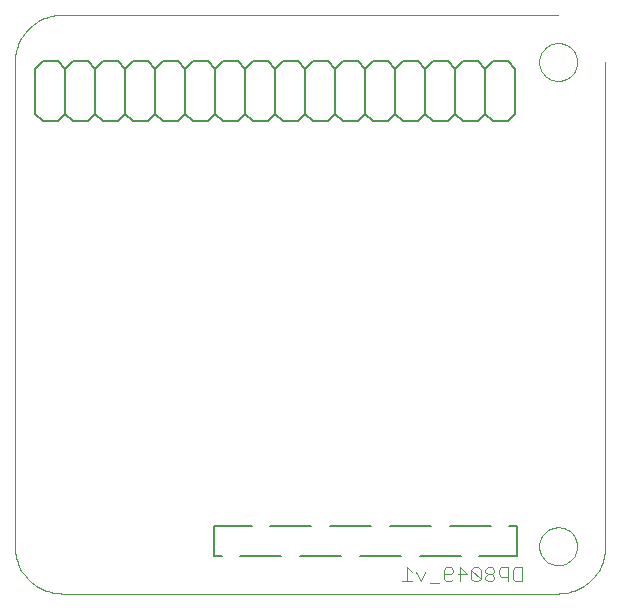
<source format=gbo>
G75*
G70*
%OFA0B0*%
%FSLAX24Y24*%
%IPPOS*%
%LPD*%
%AMOC8*
5,1,8,0,0,1.08239X$1,22.5*
%
%ADD10C,0.0070*%
%ADD11C,0.0060*%
%ADD12C,0.0040*%
%ADD13C,0.0000*%
D10*
X012068Y001758D02*
X012331Y001758D01*
X012068Y001758D02*
X012068Y002742D01*
X013331Y002742D01*
X013918Y002742D02*
X015296Y002742D01*
X015918Y002742D02*
X017296Y002742D01*
X017918Y002742D02*
X019296Y002742D01*
X019918Y002742D02*
X021296Y002742D01*
X021894Y002742D02*
X022146Y002742D01*
X022146Y001758D01*
X020894Y001758D01*
X020296Y001742D02*
X018918Y001742D01*
X018296Y001742D02*
X016918Y001742D01*
X016296Y001742D02*
X014918Y001742D01*
X014296Y001742D02*
X012918Y001742D01*
D11*
X012857Y016250D02*
X012357Y016250D01*
X012107Y016500D01*
X011857Y016250D01*
X011357Y016250D01*
X011107Y016500D01*
X011107Y018000D01*
X010857Y018250D01*
X010357Y018250D01*
X010107Y018000D01*
X010107Y016500D01*
X009857Y016250D01*
X009357Y016250D01*
X009107Y016500D01*
X009107Y018000D01*
X008857Y018250D01*
X008357Y018250D01*
X008107Y018000D01*
X008107Y016500D01*
X008357Y016250D01*
X008857Y016250D01*
X009107Y016500D01*
X008107Y016500D02*
X007857Y016250D01*
X007357Y016250D01*
X007107Y016500D01*
X006857Y016250D01*
X006357Y016250D01*
X006107Y016500D01*
X006107Y018000D01*
X006357Y018250D01*
X006857Y018250D01*
X007107Y018000D01*
X007107Y016500D01*
X007107Y018000D02*
X007357Y018250D01*
X007857Y018250D01*
X008107Y018000D01*
X009107Y018000D02*
X009357Y018250D01*
X009857Y018250D01*
X010107Y018000D01*
X011107Y018000D02*
X011357Y018250D01*
X011857Y018250D01*
X012107Y018000D01*
X012107Y016500D01*
X012857Y016250D02*
X013107Y016500D01*
X013107Y018000D01*
X012857Y018250D01*
X012357Y018250D01*
X012107Y018000D01*
X013107Y018000D02*
X013357Y018250D01*
X013857Y018250D01*
X014107Y018000D01*
X014107Y016500D01*
X014357Y016250D01*
X014857Y016250D01*
X015107Y016500D01*
X015107Y018000D01*
X014857Y018250D01*
X014357Y018250D01*
X014107Y018000D01*
X015107Y018000D02*
X015357Y018250D01*
X015857Y018250D01*
X016107Y018000D01*
X016107Y016500D01*
X015857Y016250D01*
X015357Y016250D01*
X015107Y016500D01*
X014107Y016500D02*
X013857Y016250D01*
X013357Y016250D01*
X013107Y016500D01*
X011107Y016500D02*
X010857Y016250D01*
X010357Y016250D01*
X010107Y016500D01*
X016107Y016500D02*
X016357Y016250D01*
X016857Y016250D01*
X017107Y016500D01*
X017107Y018000D01*
X016857Y018250D01*
X016357Y018250D01*
X016107Y018000D01*
X017107Y018000D02*
X017357Y018250D01*
X017857Y018250D01*
X018107Y018000D01*
X018107Y016500D01*
X017857Y016250D01*
X017357Y016250D01*
X017107Y016500D01*
X018107Y016500D02*
X018357Y016250D01*
X018857Y016250D01*
X019107Y016500D01*
X019107Y018000D01*
X018857Y018250D01*
X018357Y018250D01*
X018107Y018000D01*
X019107Y018000D02*
X019357Y018250D01*
X019857Y018250D01*
X020107Y018000D01*
X020107Y016500D01*
X019857Y016250D01*
X019357Y016250D01*
X019107Y016500D01*
X020107Y016500D02*
X020357Y016250D01*
X020857Y016250D01*
X021107Y016500D01*
X021107Y018000D01*
X020857Y018250D01*
X020357Y018250D01*
X020107Y018000D01*
X021107Y018000D02*
X021357Y018250D01*
X021857Y018250D01*
X022107Y018000D01*
X022107Y016500D01*
X021857Y016250D01*
X021357Y016250D01*
X021107Y016500D01*
D12*
X021176Y001374D02*
X021100Y001297D01*
X021100Y001221D01*
X021176Y001144D01*
X021330Y001144D01*
X021406Y001221D01*
X021406Y001297D01*
X021330Y001374D01*
X021176Y001374D01*
X021100Y001297D01*
X021100Y001221D01*
X021176Y001144D01*
X021100Y001067D01*
X021100Y000990D01*
X021176Y000914D01*
X021330Y000914D01*
X021406Y000990D01*
X021406Y001067D01*
X021330Y001144D01*
X021176Y001144D01*
X021100Y001067D01*
X021100Y000990D01*
X021176Y000914D01*
X021330Y000914D01*
X021406Y000990D01*
X021406Y001067D01*
X021330Y001144D01*
X021406Y001221D01*
X021406Y001297D01*
X021330Y001374D01*
X021176Y001374D01*
X020946Y001297D02*
X020869Y001374D01*
X020716Y001374D01*
X020639Y001297D01*
X020946Y000990D01*
X020869Y000914D01*
X020716Y000914D01*
X020639Y000990D01*
X020639Y001297D01*
X020946Y000990D01*
X020946Y001297D01*
X020869Y001374D01*
X020716Y001374D01*
X020639Y001297D01*
X020639Y000990D01*
X020716Y000914D01*
X020869Y000914D01*
X020946Y000990D01*
X020946Y001297D01*
X020486Y001144D02*
X020179Y001144D01*
X020486Y001144D01*
X020255Y001374D01*
X020255Y000914D01*
X020255Y001374D01*
X020486Y001144D01*
X020025Y001221D02*
X019949Y001144D01*
X019718Y001144D01*
X019949Y001144D01*
X020025Y001221D01*
X020025Y001297D01*
X019949Y001374D01*
X019795Y001374D01*
X019718Y001297D01*
X019718Y000990D01*
X019795Y000914D01*
X019949Y000914D01*
X020025Y000990D01*
X019949Y000914D01*
X019795Y000914D01*
X019718Y000990D01*
X019718Y001297D01*
X019795Y001374D01*
X019949Y001374D01*
X020025Y001297D01*
X020025Y001221D01*
X019565Y000837D02*
X019258Y000837D01*
X019565Y000837D01*
X019104Y001221D02*
X018951Y000914D01*
X018798Y001221D01*
X018951Y000914D01*
X019104Y001221D01*
X018644Y001221D02*
X018491Y001374D01*
X018491Y000914D01*
X018491Y001374D01*
X018644Y001221D01*
X018644Y000914D02*
X018337Y000914D01*
X018644Y000914D01*
X021560Y001144D02*
X021637Y001067D01*
X021867Y001067D01*
X021637Y001067D01*
X021560Y001144D01*
X021560Y001297D01*
X021637Y001374D01*
X021867Y001374D01*
X021867Y000914D01*
X021867Y001374D01*
X021637Y001374D01*
X021560Y001297D01*
X021560Y001144D01*
X022020Y001297D02*
X022020Y000990D01*
X022097Y000914D01*
X022327Y000914D01*
X022327Y001374D01*
X022097Y001374D01*
X022020Y001297D01*
X022097Y001374D01*
X022327Y001374D01*
X022327Y000914D01*
X022097Y000914D01*
X022020Y000990D01*
X022020Y001297D01*
D13*
X005418Y002075D02*
X005418Y018217D01*
X005420Y018294D01*
X005426Y018371D01*
X005435Y018448D01*
X005448Y018524D01*
X005465Y018600D01*
X005486Y018674D01*
X005510Y018748D01*
X005538Y018820D01*
X005569Y018890D01*
X005604Y018959D01*
X005642Y019027D01*
X005683Y019092D01*
X005728Y019155D01*
X005776Y019216D01*
X005826Y019275D01*
X005879Y019331D01*
X005935Y019384D01*
X005994Y019434D01*
X006055Y019482D01*
X006118Y019527D01*
X006183Y019568D01*
X006251Y019606D01*
X006320Y019641D01*
X006390Y019672D01*
X006462Y019700D01*
X006536Y019724D01*
X006610Y019745D01*
X006686Y019762D01*
X006762Y019775D01*
X006839Y019784D01*
X006916Y019790D01*
X006993Y019792D01*
X006993Y019791D02*
X023528Y019791D01*
X022898Y018217D02*
X022900Y018267D01*
X022906Y018317D01*
X022916Y018366D01*
X022930Y018414D01*
X022947Y018461D01*
X022968Y018506D01*
X022993Y018550D01*
X023021Y018591D01*
X023053Y018630D01*
X023087Y018667D01*
X023124Y018701D01*
X023164Y018731D01*
X023206Y018758D01*
X023250Y018782D01*
X023296Y018803D01*
X023343Y018819D01*
X023391Y018832D01*
X023441Y018841D01*
X023490Y018846D01*
X023541Y018847D01*
X023591Y018844D01*
X023640Y018837D01*
X023689Y018826D01*
X023737Y018811D01*
X023783Y018793D01*
X023828Y018771D01*
X023871Y018745D01*
X023912Y018716D01*
X023951Y018684D01*
X023987Y018649D01*
X024019Y018611D01*
X024049Y018571D01*
X024076Y018528D01*
X024099Y018484D01*
X024118Y018438D01*
X024134Y018390D01*
X024146Y018341D01*
X024154Y018292D01*
X024158Y018242D01*
X024158Y018192D01*
X024154Y018142D01*
X024146Y018093D01*
X024134Y018044D01*
X024118Y017996D01*
X024099Y017950D01*
X024076Y017906D01*
X024049Y017863D01*
X024019Y017823D01*
X023987Y017785D01*
X023951Y017750D01*
X023912Y017718D01*
X023871Y017689D01*
X023828Y017663D01*
X023783Y017641D01*
X023737Y017623D01*
X023689Y017608D01*
X023640Y017597D01*
X023591Y017590D01*
X023541Y017587D01*
X023490Y017588D01*
X023441Y017593D01*
X023391Y017602D01*
X023343Y017615D01*
X023296Y017631D01*
X023250Y017652D01*
X023206Y017676D01*
X023164Y017703D01*
X023124Y017733D01*
X023087Y017767D01*
X023053Y017804D01*
X023021Y017843D01*
X022993Y017884D01*
X022968Y017928D01*
X022947Y017973D01*
X022930Y018020D01*
X022916Y018068D01*
X022906Y018117D01*
X022900Y018167D01*
X022898Y018217D01*
X025103Y018217D02*
X025103Y002075D01*
X022898Y002075D02*
X022900Y002125D01*
X022906Y002175D01*
X022916Y002224D01*
X022930Y002272D01*
X022947Y002319D01*
X022968Y002364D01*
X022993Y002408D01*
X023021Y002449D01*
X023053Y002488D01*
X023087Y002525D01*
X023124Y002559D01*
X023164Y002589D01*
X023206Y002616D01*
X023250Y002640D01*
X023296Y002661D01*
X023343Y002677D01*
X023391Y002690D01*
X023441Y002699D01*
X023490Y002704D01*
X023541Y002705D01*
X023591Y002702D01*
X023640Y002695D01*
X023689Y002684D01*
X023737Y002669D01*
X023783Y002651D01*
X023828Y002629D01*
X023871Y002603D01*
X023912Y002574D01*
X023951Y002542D01*
X023987Y002507D01*
X024019Y002469D01*
X024049Y002429D01*
X024076Y002386D01*
X024099Y002342D01*
X024118Y002296D01*
X024134Y002248D01*
X024146Y002199D01*
X024154Y002150D01*
X024158Y002100D01*
X024158Y002050D01*
X024154Y002000D01*
X024146Y001951D01*
X024134Y001902D01*
X024118Y001854D01*
X024099Y001808D01*
X024076Y001764D01*
X024049Y001721D01*
X024019Y001681D01*
X023987Y001643D01*
X023951Y001608D01*
X023912Y001576D01*
X023871Y001547D01*
X023828Y001521D01*
X023783Y001499D01*
X023737Y001481D01*
X023689Y001466D01*
X023640Y001455D01*
X023591Y001448D01*
X023541Y001445D01*
X023490Y001446D01*
X023441Y001451D01*
X023391Y001460D01*
X023343Y001473D01*
X023296Y001489D01*
X023250Y001510D01*
X023206Y001534D01*
X023164Y001561D01*
X023124Y001591D01*
X023087Y001625D01*
X023053Y001662D01*
X023021Y001701D01*
X022993Y001742D01*
X022968Y001786D01*
X022947Y001831D01*
X022930Y001878D01*
X022916Y001926D01*
X022906Y001975D01*
X022900Y002025D01*
X022898Y002075D01*
X023528Y000500D02*
X023605Y000502D01*
X023682Y000508D01*
X023759Y000517D01*
X023835Y000530D01*
X023911Y000547D01*
X023985Y000568D01*
X024059Y000592D01*
X024131Y000620D01*
X024201Y000651D01*
X024270Y000686D01*
X024338Y000724D01*
X024403Y000765D01*
X024466Y000810D01*
X024527Y000858D01*
X024586Y000908D01*
X024642Y000961D01*
X024695Y001017D01*
X024745Y001076D01*
X024793Y001137D01*
X024838Y001200D01*
X024879Y001265D01*
X024917Y001333D01*
X024952Y001402D01*
X024983Y001472D01*
X025011Y001544D01*
X025035Y001618D01*
X025056Y001692D01*
X025073Y001768D01*
X025086Y001844D01*
X025095Y001921D01*
X025101Y001998D01*
X025103Y002075D01*
X023528Y000500D02*
X006993Y000500D01*
X006916Y000502D01*
X006839Y000508D01*
X006762Y000517D01*
X006686Y000530D01*
X006610Y000547D01*
X006536Y000568D01*
X006462Y000592D01*
X006390Y000620D01*
X006320Y000651D01*
X006251Y000686D01*
X006183Y000724D01*
X006118Y000765D01*
X006055Y000810D01*
X005994Y000858D01*
X005935Y000908D01*
X005879Y000961D01*
X005826Y001017D01*
X005776Y001076D01*
X005728Y001137D01*
X005683Y001200D01*
X005642Y001265D01*
X005604Y001333D01*
X005569Y001402D01*
X005538Y001472D01*
X005510Y001544D01*
X005486Y001618D01*
X005465Y001692D01*
X005448Y001768D01*
X005435Y001844D01*
X005426Y001921D01*
X005420Y001998D01*
X005418Y002075D01*
M02*

</source>
